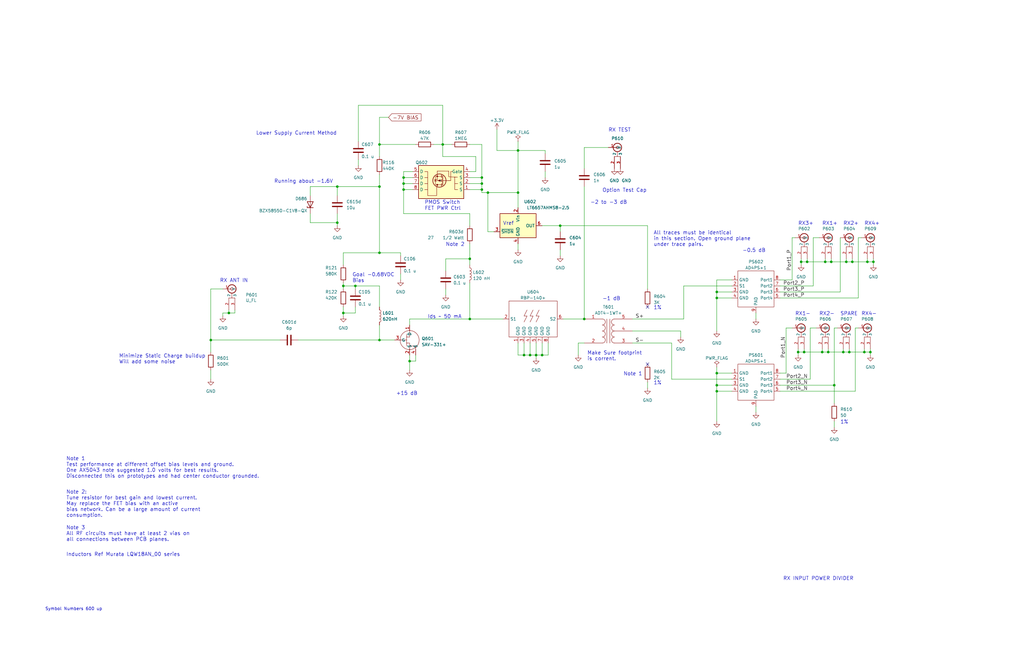
<source format=kicad_sch>
(kicad_sch (version 20230121) (generator eeschema)
  (paper "USLedger")
  (title_block (title "Radiation Tolerant PacSat Communication") (date "2023-06-17") (rev "A") (company "AMSAT-NA") (comment 1 "N5BRG"))
  (lib_symbols
    (symbol "Device:C" (pin_numbers hide) (pin_names (offset 0.254))
      (property "Reference" "C" (at 0.635 2.54 0))
      (property "Value" "C" (at 0.635 -2.54 0))
      (symbol "C_0_1"
        (polyline (pts (xy -2.032 -0.762) (xy 2.032 -0.762)) (stroke (width 0.508)))
        (polyline (pts (xy -2.032 0.762) (xy 2.032 0.762)) (stroke (width 0.508)))
      )
      (symbol "C_1_1"
        (pin passive line (at 0 3.81 270) (length 2.794) (name "~") (number "1"))
        (pin passive line (at 0 -3.81 90) (length 2.794) (name "~") (number "2"))
      )
    )
    (symbol "Device:D_Zener" (pin_numbers hide) (pin_names (offset 1.016) hide)
      (property "Reference" "D" (at 0 2.54 0))
      (property "Value" "D_Zener" (at 0 -2.54 0))
      (symbol "D_Zener_0_1"
        (polyline (pts (xy 1.27 0) (xy -1.27 0)))
        (polyline (pts (xy -1.27 -1.27) (xy -1.27 1.27) (xy -0.762 1.27)) (stroke (width 0.254)))
        (polyline (pts (xy 1.27 -1.27) (xy 1.27 1.27) (xy -1.27 0) (xy 1.27 -1.27)) (stroke (width 0.254)))
      )
      (symbol "D_Zener_1_1"
        (pin passive line (at -3.81 0 0) (length 2.54) (name "K") (number "1"))
        (pin passive line (at 3.81 0 180) (length 2.54) (name "A") (number "2"))
      )
    )
    (symbol "Device:L" (pin_numbers hide) (pin_names (offset 1.016) hide)
      (property "Reference" "L" (at -1.27 0 90))
      (property "Value" "L" (at 1.905 0 90))
      (symbol "L_0_1"
        (arc (start 0 -2.54) (mid 0.6323 -1.905) (end 0 -1.27))
        (arc (start 0 -1.27) (mid 0.6323 -0.635) (end 0 0))
        (arc (start 0 0) (mid 0.6323 0.635) (end 0 1.27))
        (arc (start 0 1.27) (mid 0.6323 1.905) (end 0 2.54))
      )
      (symbol "L_1_1"
        (pin passive line (at 0 3.81 270) (length 1.27) (name "1") (number "1"))
        (pin passive line (at 0 -3.81 90) (length 1.27) (name "2") (number "2"))
      )
    )
    (symbol "Device:R" (pin_numbers hide) (pin_names (offset 0))
      (property "Reference" "R" (at 2.032 0 90))
      (property "Value" "R" (at 0 0 90))
      (symbol "R_0_1"
        (rectangle (start -1.016 -2.54) (end 1.016 2.54) (stroke (width 0.254)))
      )
      (symbol "R_1_1"
        (pin passive line (at 0 3.81 270) (length 1.27) (name "~") (number "1"))
        (pin passive line (at 0 -3.81 90) (length 1.27) (name "~") (number "2"))
      )
    )
    (symbol "PACSAT_DEV_misc:TPS1100"
      (property "Reference" "Q?" (at 6.35 -8.89 0))
      (symbol "TPS1100_0_1"
        (rectangle (start -8.89 7.62) (end 10.16 -6.35) (stroke (width 0.254)) (fill (type background)))
        (polyline (pts (xy -2.54 0) (xy -3.4176 -0.012)))
        (polyline (pts (xy 0 0) (xy -2.794 0)))
        (polyline (pts (xy 0 1.905) (xy 0 -1.905)) (stroke (width 0.254)))
        (polyline (pts (xy 0.508 -1.27) (xy 0.508 -2.286)) (stroke (width 0.254)))
        (polyline (pts (xy 0.508 0.508) (xy 0.508 -0.508)) (stroke (width 0.254)))
        (polyline (pts (xy 0.508 2.286) (xy 0.508 1.27)) (stroke (width 0.254)))
        (polyline (pts (xy 2.286 2.54) (xy 2.286 1.778)))
        (polyline (pts (xy 6.35 -1.27) (xy 7.62 -1.27)))
        (polyline (pts (xy 6.35 1.27) (xy 7.62 1.27)))
        (polyline (pts (xy 6.35 3.81) (xy 7.62 3.81)))
        (polyline (pts (xy -5.08 -1.27) (xy -5.08 1.27) (xy -6.35 1.27)))
        (polyline (pts (xy -5.08 -1.27) (xy -5.0512 -1.5491) (xy -5.031 -1.448)))
        (polyline (pts (xy -5.08 1.27) (xy -5.08 3.81) (xy -6.35 3.81)))
        (polyline (pts (xy -4.9501 -1.4683) (xy -6.1836 -1.4683) (xy -6.1229 -1.3874)))
        (polyline (pts (xy -3.4162 -0.0461) (xy -3.4162 -3.8561) (xy -4.2419 -3.8037)))
        (polyline (pts (xy 2.286 -2.54) (xy 2.286 0) (xy 0.508 0)))
        (polyline (pts (xy 0.508 1.778) (xy 3.048 1.778) (xy 3.048 -1.778) (xy 0.508 -1.778)))
        (polyline (pts (xy 2.032 0) (xy 1.016 0.381) (xy 1.016 -0.381) (xy 2.032 0)) (fill (type outline)))
        (polyline (pts (xy 2.54 -0.508) (xy 2.667 -0.381) (xy 3.429 -0.381) (xy 3.556 -0.254)))
        (polyline (pts (xy 3.048 -0.381) (xy 2.667 0.254) (xy 3.429 0.254) (xy 3.048 -0.381)))
        (polyline (pts (xy 2.3285 -2.7575) (xy 2.3285 -4.0275) (xy -2.5549 -4.0212) (xy -2.5549 -1.5919) (xy -5.2915 -1.4875)))
        (polyline (pts (xy 2.54 2.54) (xy 2.54 6.35) (xy 6.35 6.35) (xy 6.35 -3.81) (xy 7.62 -3.81)))
        (circle (center 1.397 0) (radius 2.794) (stroke (width 0.254)))
        (circle (center 2.286 -1.778) (radius 0.254) (fill (type outline)))
        (circle (center 2.286 1.778) (radius 0.254) (fill (type outline)))
      )
      (symbol "TPS1100_1_1"
        (pin passive line (at -11.43 3.81 0) (length 2.54) (name "S") (number "1"))
        (pin passive line (at -11.43 1.27 0) (length 2.54) (name "S") (number "2"))
        (pin passive line (at -11.43 -1.27 0) (length 2.54) (name "S") (number "3"))
        (pin input line (at -11.43 -3.81 0) (length 2.54) (name "Gate") (number "4"))
        (pin passive line (at 12.7 -3.81 180) (length 2.54) (name "D") (number "5"))
        (pin passive line (at 12.7 -1.27 180) (length 2.54) (name "D") (number "6"))
        (pin passive line (at 12.7 1.27 180) (length 2.54) (name "D") (number "7"))
        (pin passive line (at 12.7 3.81 180) (length 2.54) (name "D") (number "8"))
      )
    )
    (symbol "PACSAT_DEV_misc:U_FL"
      (property "Reference" "U" (at -3.81 2.54 0))
      (symbol "U_FL_0_1"
        (polyline (pts (xy -1.27 -3.81) (xy 1.27 -3.81)))
        (polyline (pts (xy 0 -3.81) (xy 0 -1.778)))
        (circle (center 0 0) (radius 0.508) (stroke (width 0.2032)))
        (circle (center 0 0) (radius 1.778) (stroke (width 0.3048)))
      )
      (symbol "U_FL_1_1"
        (pin bidirectional line (at -3.81 0 0) (length 3.302) (name "In") (number "1"))
        (pin power_in line (at -1.27 -8.89 90) (length 5.08) (name "2") (number "2"))
        (pin power_in line (at 1.27 -8.89 90) (length 5.08) (name "3") (number "3"))
      )
    )
    (symbol "PACSAT_Minicircuits:AD4PS+1"
      (property "Reference" "PS602" (at 0 11.43 0))
      (property "Value" "AD4PS+1" (at 0 8.89 0))
      (symbol "AD4PS+1_0_1"
        (rectangle (start -7.62 7.62) (end 7.62 -7.62))
      )
      (symbol "AD4PS+1_1_1"
        (pin power_in line (at -10.16 3.81 0) (length 2.54) (name "GND") (number "1"))
        (pin input line (at -10.16 1.27 0) (length 2.54) (name "S1") (number "2"))
        (pin power_in line (at -10.16 -1.27 0) (length 2.54) (name "GND") (number "3"))
        (pin power_in line (at -10.16 -3.81 0) (length 2.54) (name "GND") (number "4"))
        (pin output line (at 10.16 -3.81 180) (length 2.54) (name "Port4") (number "5"))
        (pin output line (at 10.16 -1.27 180) (length 2.54) (name "Port3") (number "6"))
        (pin output line (at 10.16 1.27 180) (length 2.54) (name "Port2") (number "7"))
        (pin output line (at 10.16 3.81 180) (length 2.54) (name "Port1") (number "8"))
        (pin power_in line (at 0 -10.16 90) (length 2.54) (name "PAD") (number "9"))
      )
    )
    (symbol "PACSAT_Minicircuits:RBP-140+_1"
      (property "Reference" "U603" (at 10.16 5.08 0))
      (property "Value" "RBP-140+" (at 10.16 2.54 0))
      (symbol "RBP-140+_1_0_0"
        (polyline (pts (xy 6.35 -8.89) (xy 7.62 -6.35) (xy 6.35 -6.35) (xy 7.62 -3.81)))
        (polyline (pts (xy 8.89 -8.89) (xy 10.16 -6.35) (xy 8.89 -6.35) (xy 10.16 -3.81)))
        (polyline (pts (xy 11.43 -8.89) (xy 12.7 -6.35) (xy 11.43 -6.35) (xy 12.7 -3.81)))
      )
      (symbol "RBP-140+_1_0_1"
        (rectangle (start 0 0) (end 20.32 -15.24))
      )
      (symbol "RBP-140+_1_1_1"
        (pin power_in line (at 3.81 -17.78 90) (length 2.54) (name "GND") (number "1"))
        (pin input line (at -2.54 -7.62 0) (length 2.54) (name "S1") (number "2"))
        (pin power_in line (at 6.35 -17.78 90) (length 2.54) (name "GND") (number "3"))
        (pin power_in line (at 8.89 -17.78 90) (length 2.54) (name "GND") (number "4"))
        (pin power_in line (at 11.43 -17.78 90) (length 2.54) (name "GND") (number "5"))
        (pin output line (at 22.86 -7.62 180) (length 2.54) (name "S2") (number "6"))
        (pin power_in line (at 13.97 -17.78 90) (length 2.54) (name "GND") (number "7"))
        (pin power_in line (at 16.51 -17.78 90) (length 2.54) (name "GND") (number "8"))
      )
    )
    (symbol "PACSAT_Minicircuits:SAV-331+"
      (property "Reference" "U601" (at 5.08 0.635 0))
      (property "Value" "SAV-331+" (at 5.08 -1.905 0))
      (symbol "SAV-331+_0_1"
        (polyline (pts (xy -2.54 0) (xy -3.81 0)))
        (polyline (pts (xy -1.27 -1.27) (xy -1.27 -2.54)))
        (polyline (pts (xy -1.27 0) (xy -2.54 0)))
        (polyline (pts (xy -1.27 1.27) (xy -1.27 2.54)))
        (polyline (pts (xy 0 -2.54) (xy 0 -3.81)))
        (polyline (pts (xy 0 1.27) (xy 0 2.54)))
        (polyline (pts (xy 0 2.54) (xy 0 3.81)))
        (polyline (pts (xy -1.27 -1.27) (xy 0 -1.27) (xy 0 -2.54)))
        (polyline (pts (xy 0 -2.54) (xy 2.54 -2.54) (xy 2.54 -3.81)))
        (polyline (pts (xy -1.27 1.27) (xy -1.27 -1.27) (xy -1.27 1.27) (xy -1.27 0) (xy -1.27 1.27) (xy 0 1.27)))
        (circle (center 0 0) (radius 4.0161))
      )
      (symbol "SAV-331+_1_1"
        (pin input line (at 0 6.35 270) (length 2.54) (name "D") (number "1"))
        (pin input line (at 0 -6.35 90) (length 2.54) (name "S") (number "2"))
        (pin input line (at -6.35 0 0) (length 2.54) (name "G") (number "3"))
        (pin input line (at 2.54 -6.35 90) (length 2.54) (name "S") (number "4"))
      )
    )
    (symbol "PACSAT_Minicircuits:Transformer_1P_SS" (pin_names (offset 1.016) hide)
      (property "Reference" "T601" (at 0.0127 10.16 0))
      (property "Value" "ADT4-1WT" (at 0.0127 7.62 0))
      (symbol "Transformer_1P_SS_0_1"
        (arc (start -2.54 -5.0546) (mid -1.6599 -4.6901) (end -1.27 -3.81))
        (arc (start -2.54 -2.5146) (mid -1.6599 -2.1501) (end -1.27 -1.27))
        (arc (start -2.54 0.0254) (mid -1.6599 0.3899) (end -1.27 1.27))
        (arc (start -2.54 2.5654) (mid -1.6599 2.9299) (end -1.27 3.81))
        (arc (start -1.27 -3.81) (mid -1.642 -2.912) (end -2.54 -2.54))
        (arc (start -1.27 -1.27) (mid -1.642 -0.372) (end -2.54 0))
        (arc (start -1.27 1.27) (mid -1.642 2.168) (end -2.54 2.54))
        (arc (start -1.27 3.81) (mid -1.642 4.708) (end -2.54 5.08))
        (polyline (pts (xy -0.635 5.08) (xy -0.635 -5.08)))
        (polyline (pts (xy 0.635 -5.08) (xy 0.635 5.08)))
        (arc (start 1.2954 -1.27) (mid 1.6599 -2.1501) (end 2.54 -2.5146))
        (arc (start 1.2954 1.27) (mid 1.6599 0.3899) (end 2.54 0.0254))
        (arc (start 1.2954 3.81) (mid 1.6599 2.9299) (end 2.54 2.5654))
        (arc (start 1.3208 -3.81) (mid 1.6853 -4.6901) (end 2.5654 -5.0546))
        (arc (start 2.54 0) (mid 1.642 -0.372) (end 1.2954 -1.27))
        (arc (start 2.54 2.54) (mid 1.642 2.168) (end 1.2954 1.27))
        (arc (start 2.54 5.08) (mid 1.642 4.708) (end 1.2954 3.81))
        (arc (start 2.5654 -2.54) (mid 1.6674 -2.912) (end 1.3208 -3.81))
      )
      (symbol "Transformer_1P_SS_1_1"
        (pin passive line (at -10.16 5.08 0) (length 7.62) (name "AA") (number "1"))
        (pin passive line (at -10.16 -5.08 0) (length 7.62) (name "AB") (number "2"))
        (pin passive line (at 10.16 -5.08 180) (length 7.62) (name "SA") (number "3"))
        (pin passive line (at 10.16 0 180) (length 7.62) (name "SC") (number "4"))
        (pin passive line (at 10.16 5.08 180) (length 7.62) (name "SB") (number "5"))
        (pin no_connect line (at 0 -7.62 0) (length 2.54) hide (name "NC") (number "6"))
      )
    )
    (symbol "Reference_Voltage:LT6657AHMS8-2.5"
      (property "Reference" "U" (at -7.62 6.35 0))
      (property "Value" "LT6657AHMS8-2.5" (at 2.54 6.35 0))
      (symbol "LT6657AHMS8-2.5_0_1"
        (rectangle (start -7.62 5.08) (end 7.62 -5.08) (stroke (width 0.254)) (fill (type background)))
      )
      (symbol "LT6657AHMS8-2.5_1_1"
        (pin no_connect line (at 7.62 -2.54 180) (length 2.54) hide (name "DNC") (number "1"))
        (pin power_in line (at 0 7.62 270) (length 2.54) (name "Vin") (number "2"))
        (pin input line (at -10.16 -2.54 0) (length 2.54) (name "~{SHDN}") (number "3"))
        (pin power_in line (at 0 -7.62 90) (length 2.54) (name "GND") (number "4"))
        (pin no_connect line (at -7.62 0 0) (length 2.54) hide (name "DNC") (number "5"))
        (pin power_out line (at 10.16 0 180) (length 2.54) (name "OUT") (number "6"))
        (pin no_connect line (at -7.62 2.54 0) (length 2.54) hide (name "DNC") (number "7"))
        (pin no_connect line (at 7.62 2.54 180) (length 2.54) hide (name "DNC") (number "8"))
      )
    )
    (symbol "power:+3.3V" (power) (pin_names (offset 0))
      (property "Value" "+3.3V" (at 0 3.556 0))
      (symbol "+3.3V_0_1"
        (polyline (pts (xy -0.762 1.27) (xy 0 2.54)))
        (polyline (pts (xy 0 0) (xy 0 2.54)))
        (polyline (pts (xy 0 2.54) (xy 0.762 1.27)))
      )
      (symbol "+3.3V_1_1"
        (pin power_in line (at 0 0 90) (length 0) hide (name "+3.3V") (number "1"))
      )
    )
    (symbol "power:GND" (power) (pin_names (offset 0))
      (property "Value" "GND" (at 0 -3.81 0))
      (symbol "GND_0_1"
        (polyline (pts (xy 0 0) (xy 0 -1.27) (xy 1.27 -1.27) (xy 0 -2.54) (xy -1.27 -1.27) (xy 0 -1.27)))
      )
      (symbol "GND_1_1"
        (pin power_in line (at 0 0 270) (length 0) hide (name "GND") (number "1"))
      )
    )
    (symbol "power:PWR_FLAG" (power) (pin_numbers hide) (pin_names (offset 0) hide)
      (property "Value" "PWR_FLAG" (at 0 3.81 0))
      (symbol "PWR_FLAG_0_0"
        (pin power_out line (at 0 0 90) (length 0) (name "pwr") (number "1"))
      )
      (symbol "PWR_FLAG_0_1"
        (polyline (pts (xy 0 0) (xy 0 1.27) (xy -1.016 1.905) (xy 0 2.54) (xy 1.016 1.905) (xy 0 1.27)))
      )
    )
  )
  (junction (at 142.24 93.98))
  (junction (at 160.02 78.74))
  (junction (at 198.12 134.62))
  (junction (at 186.69 60.96))
  (junction (at 236.22 95.25))
  (junction (at 149.86 120.65))
  (junction (at 170.18 74.93))
  (junction (at 302.26 162.56))
  (junction (at 172.72 152.4))
  (junction (at 356.87 110.49))
  (junction (at 365.76 110.49))
  (junction (at 302.26 165.1))
  (junction (at 226.06 149.86))
  (junction (at 359.41 110.49))
  (junction (at 88.9 143.51))
  (junction (at 220.98 149.86))
  (junction (at 346.71 148.59))
  (junction (at 355.6 148.59))
  (junction (at 142.24 78.74))
  (junction (at 160.02 60.96))
  (junction (at 205.74 81.28))
  (junction (at 302.26 125.73))
  (junction (at 170.18 80.01))
  (junction (at 144.78 120.65))
  (junction (at 364.49 148.59))
  (junction (at 358.14 148.59))
  (junction (at 203.2 74.93))
  (junction (at 340.36 110.49))
  (junction (at 302.26 157.48))
  (junction (at 350.52 110.49))
  (junction (at 160.02 143.51))
  (junction (at 349.25 148.59))
  (junction (at 228.6 149.86))
  (junction (at 336.55 148.59))
  (junction (at 218.44 81.28))
  (junction (at 170.18 77.47))
  (junction (at 96.52 132.08))
  (junction (at 160.02 106.68))
  (junction (at 203.2 77.47))
  (junction (at 144.78 132.08))
  (junction (at 218.44 63.5))
  (junction (at 347.98 110.49))
  (junction (at 351.79 162.56))
  (junction (at 339.09 148.59))
  (junction (at 302.26 123.19))
  (junction (at 246.38 134.62))
  (junction (at 203.2 80.01))
  (junction (at 337.82 110.49))
  (junction (at 223.52 149.86))
  (junction (at 368.3 110.49))
  (junction (at 198.12 109.22))
  (junction (at 367.03 148.59))
  (no_connect (at 273.05 153.67))
  (no_connect (at 273.05 129.54))
  (wire (pts (xy 328.93 118.11) (xy 334.01 118.11)))
  (wire (pts (xy 186.69 66.04) (xy 186.69 60.96)))
  (wire (pts (xy 173.99 72.39) (xy 170.18 72.39)))
  (wire (pts (xy 288.29 134.62) (xy 288.29 120.65)))
  (wire (pts (xy 160.02 49.53) (xy 160.02 60.96)))
  (wire (pts (xy 302.26 162.56) (xy 302.26 165.1)))
  (wire (pts (xy 361.95 100.33) (xy 361.95 125.73)))
  (wire (pts (xy 283.21 160.02) (xy 308.61 160.02)))
  (wire (pts (xy 334.01 100.33) (xy 334.01 118.11)))
  (wire (pts (xy 231.14 149.86) (xy 228.6 149.86)))
  (wire (pts (xy 236.22 105.41) (xy 236.22 107.95)))
  (wire (pts (xy 359.41 110.49) (xy 365.76 110.49)))
  (wire (pts (xy 218.44 102.87) (xy 218.44 105.41)))
  (wire (pts (xy 266.7 134.62) (xy 288.29 134.62)))
  (wire (pts (xy 209.55 54.61) (xy 209.55 63.5)))
  (wire (pts (xy 336.55 147.32) (xy 336.55 148.59)))
  (wire (pts (xy 218.44 59.69) (xy 218.44 63.5)))
  (wire (pts (xy 302.26 125.73) (xy 302.26 139.7)))
  (wire (pts (xy 347.98 110.49) (xy 350.52 110.49)))
  (wire (pts (xy 198.12 74.93) (xy 203.2 74.93)))
  (wire (pts (xy 223.52 149.86) (xy 226.06 149.86)))
  (wire (pts (xy 358.14 148.59) (xy 364.49 148.59)))
  (wire (pts (xy 186.69 60.96) (xy 190.5 60.96)))
  (wire (pts (xy 203.2 77.47) (xy 203.2 74.93)))
  (wire (pts (xy 218.44 63.5) (xy 229.87 63.5)))
  (wire (pts (xy 88.9 121.92) (xy 88.9 143.51)))
  (wire (pts (xy 331.47 138.43) (xy 334.01 138.43)))
  (wire (pts (xy 144.78 119.38) (xy 144.78 120.65)))
  (wire (pts (xy 273.05 95.25) (xy 273.05 121.92)))
  (wire (pts (xy 130.81 78.74) (xy 130.81 82.55)))
  (wire (pts (xy 163.83 49.53) (xy 160.02 49.53)))
  (wire (pts (xy 335.28 100.33) (xy 334.01 100.33)))
  (wire (pts (xy 302.26 165.1) (xy 308.61 165.1)))
  (wire (pts (xy 198.12 109.22) (xy 198.12 111.76)))
  (wire (pts (xy 186.69 66.04) (xy 200.66 66.04)))
  (wire (pts (xy 170.18 80.01) (xy 173.99 80.01)))
  (wire (pts (xy 93.98 132.08) (xy 93.98 133.35)))
  (wire (pts (xy 220.98 149.86) (xy 218.44 149.86)))
  (wire (pts (xy 198.12 80.01) (xy 203.2 80.01)))
  (wire (pts (xy 198.12 77.47) (xy 203.2 77.47)))
  (wire (pts (xy 318.77 171.45) (xy 318.77 173.99)))
  (wire (pts (xy 144.78 106.68) (xy 160.02 106.68)))
  (wire (pts (xy 170.18 72.39) (xy 170.18 74.93)))
  (wire (pts (xy 88.9 143.51) (xy 118.11 143.51)))
  (wire (pts (xy 187.96 114.3) (xy 187.96 109.22)))
  (wire (pts (xy 359.41 109.22) (xy 359.41 110.49)))
  (wire (pts (xy 160.02 129.54) (xy 160.02 120.65)))
  (wire (pts (xy 205.74 81.28) (xy 205.74 97.79)))
  (wire (pts (xy 200.66 72.39) (xy 200.66 66.04)))
  (wire (pts (xy 246.38 78.74) (xy 246.38 134.62)))
  (wire (pts (xy 302.26 123.19) (xy 308.61 123.19)))
  (wire (pts (xy 308.61 118.11) (xy 302.26 118.11)))
  (wire (pts (xy 341.63 138.43) (xy 341.63 160.02)))
  (wire (pts (xy 328.93 157.48) (xy 331.47 157.48)))
  (wire (pts (xy 228.6 144.78) (xy 228.6 149.86)))
  (wire (pts (xy 226.06 144.78) (xy 226.06 149.86)))
  (wire (pts (xy 273.05 95.25) (xy 236.22 95.25)))
  (wire (pts (xy 187.96 109.22) (xy 198.12 109.22)))
  (wire (pts (xy 99.06 130.81) (xy 99.06 132.08)))
  (wire (pts (xy 151.13 44.45) (xy 151.13 59.69)))
  (wire (pts (xy 160.02 78.74) (xy 160.02 106.68)))
  (wire (pts (xy 336.55 148.59) (xy 336.55 149.86)))
  (wire (pts (xy 220.98 144.78) (xy 220.98 149.86)))
  (wire (pts (xy 368.3 110.49) (xy 368.3 109.22)))
  (wire (pts (xy 160.02 120.65) (xy 149.86 120.65)))
  (wire (pts (xy 96.52 130.81) (xy 96.52 132.08)))
  (wire (pts (xy 337.82 110.49) (xy 337.82 111.76)))
  (wire (pts (xy 328.93 162.56) (xy 351.79 162.56)))
  (wire (pts (xy 168.91 107.95) (xy 168.91 106.68)))
  (wire (pts (xy 144.78 132.08) (xy 144.78 133.35)))
  (wire (pts (xy 328.93 165.1) (xy 360.68 165.1)))
  (wire (pts (xy 302.26 125.73) (xy 308.61 125.73)))
  (wire (pts (xy 243.84 144.78) (xy 246.38 144.78)))
  (wire (pts (xy 358.14 147.32) (xy 358.14 148.59)))
  (wire (pts (xy 172.72 149.86) (xy 172.72 152.4)))
  (wire (pts (xy 218.44 87.63) (xy 218.44 81.28)))
  (wire (pts (xy 273.05 161.29) (xy 273.05 163.83)))
  (wire (pts (xy 236.22 97.79) (xy 236.22 95.25)))
  (wire (pts (xy 172.72 134.62) (xy 172.72 137.16)))
  (wire (pts (xy 243.84 149.86) (xy 243.84 144.78)))
  (wire (pts (xy 160.02 137.16) (xy 160.02 143.51)))
  (wire (pts (xy 356.87 109.22) (xy 356.87 110.49)))
  (wire (pts (xy 342.9 100.33) (xy 342.9 120.65)))
  (wire (pts (xy 302.26 154.94) (xy 302.26 157.48)))
  (wire (pts (xy 328.93 120.65) (xy 342.9 120.65)))
  (wire (pts (xy 351.79 177.8) (xy 351.79 180.34)))
  (wire (pts (xy 186.69 44.45) (xy 186.69 60.96)))
  (wire (pts (xy 355.6 147.32) (xy 355.6 148.59)))
  (wire (pts (xy 175.26 149.86) (xy 175.26 152.4)))
  (wire (pts (xy 246.38 62.23) (xy 246.38 71.12)))
  (wire (pts (xy 208.28 97.79) (xy 205.74 97.79)))
  (wire (pts (xy 170.18 74.93) (xy 170.18 77.47)))
  (wire (pts (xy 308.61 157.48) (xy 302.26 157.48)))
  (wire (pts (xy 228.6 149.86) (xy 226.06 149.86)))
  (wire (pts (xy 365.76 109.22) (xy 365.76 110.49)))
  (wire (pts (xy 349.25 147.32) (xy 349.25 148.59)))
  (wire (pts (xy 130.81 93.98) (xy 142.24 93.98)))
  (wire (pts (xy 93.98 132.08) (xy 96.52 132.08)))
  (wire (pts (xy 339.09 148.59) (xy 346.71 148.59)))
  (wire (pts (xy 340.36 109.22) (xy 340.36 110.49)))
  (wire (pts (xy 96.52 132.08) (xy 99.06 132.08)))
  (wire (pts (xy 363.22 100.33) (xy 361.95 100.33)))
  (wire (pts (xy 142.24 93.98) (xy 142.24 95.25)))
  (wire (pts (xy 198.12 90.17) (xy 198.12 95.25)))
  (wire (pts (xy 198.12 119.38) (xy 198.12 134.62)))
  (wire (pts (xy 302.26 165.1) (xy 302.26 177.8)))
  (wire (pts (xy 229.87 72.39) (xy 229.87 74.93)))
  (wire (pts (xy 187.96 121.92) (xy 187.96 124.46)))
  (wire (pts (xy 287.02 142.24) (xy 287.02 139.7)))
  (wire (pts (xy 331.47 138.43) (xy 331.47 157.48)))
  (wire (pts (xy 93.98 121.92) (xy 88.9 121.92)))
  (wire (pts (xy 125.73 143.51) (xy 160.02 143.51)))
  (wire (pts (xy 198.12 60.96) (xy 203.2 60.96)))
  (wire (pts (xy 246.38 62.23) (xy 256.54 62.23)))
  (wire (pts (xy 142.24 78.74) (xy 160.02 78.74)))
  (wire (pts (xy 349.25 148.59) (xy 355.6 148.59)))
  (wire (pts (xy 346.71 148.59) (xy 349.25 148.59)))
  (wire (pts (xy 283.21 144.78) (xy 283.21 160.02)))
  (wire (pts (xy 172.72 152.4) (xy 175.26 152.4)))
  (wire (pts (xy 365.76 110.49) (xy 368.3 110.49)))
  (wire (pts (xy 302.26 162.56) (xy 308.61 162.56)))
  (wire (pts (xy 351.79 162.56) (xy 351.79 170.18)))
  (wire (pts (xy 288.29 120.65) (xy 308.61 120.65)))
  (wire (pts (xy 266.7 139.7) (xy 287.02 139.7)))
  (wire (pts (xy 351.79 162.56) (xy 351.79 138.43)))
  (wire (pts (xy 160.02 73.66) (xy 160.02 78.74)))
  (wire (pts (xy 218.44 149.86) (xy 218.44 144.78)))
  (wire (pts (xy 149.86 120.65) (xy 149.86 121.92)))
  (wire (pts (xy 367.03 148.59) (xy 367.03 149.86)))
  (wire (pts (xy 367.03 148.59) (xy 367.03 147.32)))
  (wire (pts (xy 203.2 80.01) (xy 203.2 81.28)))
  (wire (pts (xy 203.2 81.28) (xy 205.74 81.28)))
  (wire (pts (xy 353.06 138.43) (xy 351.79 138.43)))
  (wire (pts (xy 350.52 110.49) (xy 356.87 110.49)))
  (wire (pts (xy 160.02 106.68) (xy 168.91 106.68)))
  (wire (pts (xy 172.72 134.62) (xy 198.12 134.62)))
  (wire (pts (xy 88.9 143.51) (xy 88.9 148.59)))
  (wire (pts (xy 170.18 90.17) (xy 198.12 90.17)))
  (wire (pts (xy 203.2 77.47) (xy 203.2 80.01)))
  (wire (pts (xy 144.78 120.65) (xy 144.78 121.92)))
  (wire (pts (xy 354.33 123.19) (xy 354.33 100.33)))
  (wire (pts (xy 302.26 123.19) (xy 302.26 125.73)))
  (wire (pts (xy 149.86 120.65) (xy 144.78 120.65)))
  (wire (pts (xy 360.68 138.43) (xy 360.68 165.1)))
  (wire (pts (xy 142.24 90.17) (xy 142.24 93.98)))
  (wire (pts (xy 220.98 149.86) (xy 223.52 149.86)))
  (wire (pts (xy 328.93 125.73) (xy 361.95 125.73)))
  (wire (pts (xy 361.95 138.43) (xy 360.68 138.43)))
  (wire (pts (xy 226.06 149.86) (xy 226.06 151.13)))
  (wire (pts (xy 218.44 63.5) (xy 218.44 81.28)))
  (wire (pts (xy 130.81 90.17) (xy 130.81 93.98)))
  (wire (pts (xy 364.49 147.32) (xy 364.49 148.59)))
  (wire (pts (xy 229.87 64.77) (xy 229.87 63.5)))
  (wire (pts (xy 355.6 148.59) (xy 358.14 148.59)))
  (wire (pts (xy 170.18 77.47) (xy 170.18 80.01)))
  (wire (pts (xy 237.49 134.62) (xy 246.38 134.62)))
  (wire (pts (xy 347.98 109.22) (xy 347.98 110.49)))
  (wire (pts (xy 144.78 129.54) (xy 144.78 132.08)))
  (wire (pts (xy 318.77 132.08) (xy 318.77 134.62)))
  (wire (pts (xy 88.9 156.21) (xy 88.9 160.02)))
  (wire (pts (xy 151.13 67.31) (xy 151.13 69.85)))
  (wire (pts (xy 144.78 106.68) (xy 144.78 111.76)))
  (wire (pts (xy 328.93 160.02) (xy 341.63 160.02)))
  (wire (pts (xy 170.18 74.93) (xy 173.99 74.93)))
  (wire (pts (xy 151.13 44.45) (xy 186.69 44.45)))
  (wire (pts (xy 266.7 144.78) (xy 283.21 144.78)))
  (wire (pts (xy 231.14 144.78) (xy 231.14 149.86)))
  (wire (pts (xy 350.52 109.22) (xy 350.52 110.49)))
  (wire (pts (xy 144.78 132.08) (xy 149.86 132.08)))
  (wire (pts (xy 209.55 63.5) (xy 218.44 63.5)))
  (wire (pts (xy 203.2 60.96) (xy 203.2 74.93)))
  (wire (pts (xy 198.12 134.62) (xy 212.09 134.62)))
  (wire (pts (xy 340.36 110.49) (xy 347.98 110.49)))
  (wire (pts (xy 228.6 95.25) (xy 236.22 95.25)))
  (wire (pts (xy 142.24 78.74) (xy 130.81 78.74)))
  (wire (pts (xy 302.26 157.48) (xy 302.26 162.56)))
  (wire (pts (xy 172.72 152.4) (xy 172.72 156.21)))
  (wire (pts (xy 328.93 123.19) (xy 354.33 123.19)))
  (wire (pts (xy 337.82 110.49) (xy 340.36 110.49)))
  (wire (pts (xy 170.18 77.47) (xy 173.99 77.47)))
  (wire (pts (xy 337.82 109.22) (xy 337.82 110.49)))
  (wire (pts (xy 336.55 148.59) (xy 339.09 148.59)))
  (wire (pts (xy 339.09 147.32) (xy 339.09 148.59)))
  (wire (pts (xy 302.26 118.11) (xy 302.26 123.19)))
  (wire (pts (xy 149.86 129.54) (xy 149.86 132.08)))
  (wire (pts (xy 160.02 143.51) (xy 166.37 143.51)))
  (wire (pts (xy 198.12 102.87) (xy 198.12 109.22)))
  (wire (pts (xy 345.44 100.33) (xy 342.9 100.33)))
  (wire (pts (xy 346.71 147.32) (xy 346.71 148.59)))
  (wire (pts (xy 364.49 148.59) (xy 367.03 148.59)))
  (wire (pts (xy 170.18 80.01) (xy 170.18 90.17)))
  (wire (pts (xy 198.12 72.39) (xy 200.66 72.39)))
  (wire (pts (xy 205.74 81.28) (xy 218.44 81.28)))
  (wire (pts (xy 168.91 115.57) (xy 168.91 118.11)))
  (wire (pts (xy 160.02 60.96) (xy 160.02 66.04)))
  (wire (pts (xy 223.52 144.78) (xy 223.52 149.86)))
  (wire (pts (xy 368.3 110.49) (xy 368.3 111.76)))
  (wire (pts (xy 160.02 60.96) (xy 175.26 60.96)))
  (wire (pts (xy 344.17 138.43) (xy 341.63 138.43)))
  (wire (pts (xy 356.87 110.49) (xy 359.41 110.49)))
  (wire (pts (xy 182.88 60.96) (xy 186.69 60.96)))
  (wire (pts (xy 142.24 78.74) (xy 142.24 82.55)))
  (text "RX ANT IN" (at 92.71 119.38 0) (effects (font (size 1.524 1.524)) (justify left bottom)))
  (text "Vref" (at 212.09 95.25 0) (effects (font (size 1.524 1.524)) (justify left bottom)))
  (text "Running about -1.6V\n" (at 115.57 77.47 0) (effects (font (size 1.524 1.524)) (justify left bottom)))
  (text "-0.5 dB" (at 313.055 106.68 0) (effects (font (size 1.524 1.524)) (justify left bottom)))
  (text "Note 1\nTest performance at different offset bias levels and ground.\nOne AX5043 note suggested 1.0 volts for best results.\nDisconnected this on prototypes and had center conductor grounded." (at 27.94 201.93 0) (effects (font (size 1.524 1.524)) (justify left bottom)))
  (text "Ids ~ 50 mA" (at 180.34 134.62 0) (effects (font (size 1.524 1.524)) (justify left bottom)))
  (text "RX4-" (at 363.22 133.35 0) (effects (font (size 1.524 1.524)) (justify left bottom)))
  (text "Lower Supply Current Method" (at 107.95 57.15 0) (effects (font (size 1.524 1.524)) (justify left bottom)))
  (text "All traces must be identical\nin this section. Open ground plane \nunder trace pairs." (at 275.59 104.14 0) (effects (font (size 1.524 1.524)) (justify left bottom)))
  (text "RX3+" (at 336.55 95.25 0) (effects (font (size 1.524 1.524)) (justify left bottom)))
  (text "Note 2" (at 187.96 104.14 0) (effects (font (size 1.524 1.524)) (justify left bottom)))
  (text "1%" (at 354.33 179.07 0) (effects (font (size 1.524 1.524)) (justify left bottom)))
  (text "Note 1\n" (at 262.89 158.75 0) (effects (font (size 1.524 1.524)) (justify left bottom)))
  (text "Note 3\nAll RF circuits must have at least 2 vias on \nall connections between PCB planes." (at 27.94 228.6 0) (effects (font (size 1.524 1.524)) (justify left bottom)))
  (text "1%" (at 275.59 162.56 0) (effects (font (size 1.524 1.524)) (justify left bottom)))
  (text "Note 2:\nTune resistor for best gain and lowest current.\nMay replace the FET bias with an active \nbias network. Can be a large amount of current\nconsumption." (at 27.94 218.44 0) (effects (font (size 1.524 1.524)) (justify left bottom)))
  (text "Option Test Cap" (at 254 81.28 0) (effects (font (size 1.524 1.524)) (justify left bottom)))
  (text "PMOS Switch" (at 179.07 86.36 0) (effects (font (size 1.524 1.524)) (justify left bottom)))
  (text "FET PWR Ctrl" (at 179.07 88.9 0) (effects (font (size 1.524 1.524)) (justify left bottom)))
  (text "Goal -0.68VDC\nBias" (at 148.59 119.38 0) (effects (font (size 1.524 1.524)) (justify left bottom)))
  (text "RX2+" (at 355.6 95.25 0) (effects (font (size 1.524 1.524)) (justify left bottom)))
  (text "RX1+" (at 346.71 95.25 0) (effects (font (size 1.524 1.524)) (justify left bottom)))
  (text "SPARE" (at 354.33 133.35 0) (effects (font (size 1.524 1.524)) (justify left bottom)))
  (text "RX4+" (at 364.49 95.25 0) (effects (font (size 1.524 1.524)) (justify left bottom)))
  (text "RX1-" (at 335.28 133.35 0) (effects (font (size 1.524 1.524)) (justify left bottom)))
  (text "Minimize Static Charge buildup\nWill add some noise" (at 50.165 153.67 0) (effects (font (size 1.524 1.524)) (justify left bottom)))
  (text "-1 dB" (at 254 127 0) (effects (font (size 1.524 1.524)) (justify left bottom)))
  (text "RX INPUT POWER DIVIDER" (at 330.2 245.11 0) (effects (font (size 1.524 1.524)) (justify left bottom)))
  (text "+15 dB" (at 167.005 167.005 0) (effects (font (size 1.524 1.524)) (justify left bottom)))
  (text "RX2-" (at 345.44 133.35 0) (effects (font (size 1.524 1.524)) (justify left bottom)))
  (text "-2 to -3 dB" (at 248.92 86.36 0) (effects (font (size 1.524 1.524)) (justify left bottom)))
  (text "Make Sure footprint\nis corrent." (at 247.65 152.4 0) (effects (font (size 1.524 1.524)) (justify left bottom)))
  (text "1%" (at 275.59 130.81 0) (effects (font (size 1.524 1.524)) (justify left bottom)))
  (text "Symbol Numbers 600 up" (at 19.05 257.81 0) (effects (font (size 1.27 1.27)) (justify left bottom)))
  (text "RX TEST" (at 256.54 55.88 0) (effects (font (size 1.524 1.524)) (justify left bottom)))
  (text "Inductors Ref Murata LQW18AN_00 series" (at 27.94 234.95 0) (effects (font (size 1.524 1.524)) (justify left bottom)))
  (label "S+" (at 267.97 134.62 0) (effects (font (size 1.524 1.524))))
  (label "S-" (at 267.97 144.78 0) (effects (font (size 1.524 1.524))))
  (label "Port2_N" (at 331.47 160.02 0) (effects (font (size 1.524 1.524))))
  (label "Port3_N" (at 331.47 162.56 0) (effects (font (size 1.524 1.524))))
  (label "Port1_N" (at 331.47 151.13 90) (effects (font (size 1.524 1.524))))
  (label "Port3_P" (at 330.2 123.19 0) (effects (font (size 1.524 1.524))))
  (label "Port2_P" (at 330.2 120.65 0) (effects (font (size 1.524 1.524))))
  (label "Port4_P" (at 330.2 125.73 0) (effects (font (size 1.524 1.524))))
  (label "Port1_P" (at 334.01 114.3 90) (effects (font (size 1.524 1.524))))
  (label "Port4_N" (at 331.47 165.1 0) (effects (font (size 1.524 1.524))))
  (global_label "-7V BIAS" (shape input) (at 163.83 49.53 0) (effects (font (size 1.524 1.524))) (property "Intersheetrefs" "${INTERSHEET_REFS}" (effects hide)))
  (symbol (lib_id "Device:R") (at 351.79 173.99 0) (unit 1)
    (property "Reference" "R610" (at 354.33 172.72 0) (effects (justify left)))
    (property "Value" "50" (at 354.33 175.26 0) (effects (justify left)))
    (property "Footprint" "Resistor_SMD:R_0603_1608Metric_Pad0.98x0.95mm_HandSolder" (effects hide))
  )
  (symbol (lib_id "Device:D_Zener") (at 130.81 86.36 90) (unit 1)
    (property "Reference" "D686" (at 124.46 83.82 90) (effects (justify right)))
    (property "Value" "BZX58550-C1V8-QX" (at 109.22 88.9 90) (effects (justify right)))
  )
  (symbol (lib_id "power:GND") (at 151.13 69.85 0) (unit 1)
    (property "Reference" "#PWR0192" (effects hide))
    (property "Value" "GND" (at 151.13 74.93 0))
  )
  (symbol (lib_id "power:GND") (at 351.79 180.34 0) (unit 1)
    (property "Reference" "#PWR0621" (effects hide))
    (property "Value" "GND" (at 351.79 185.42 0))
  )
  (symbol (lib_id "power:GND") (at 93.98 133.35 0) (unit 1)
    (property "Reference" "#PWR0605" (effects hide))
    (property "Value" "GND" (at 93.98 138.43 0))
  )
  (symbol (lib_id "Device:R") (at 179.07 60.96 90) (mirror x) (unit 1)
    (property "Reference" "R606" (at 179.07 55.88 90))
    (property "Value" "47K" (at 179.07 58.42 90))
    (property "Footprint" "Resistor_SMD:R_0603_1608Metric_Pad0.98x0.95mm_HandSolder" (effects hide))
  )
  (symbol (lib_id "power:GND") (at 337.82 111.76 0) (unit 1)
    (property "Reference" "#PWR0614" (effects hide))
    (property "Value" "GND" (at 337.82 116.84 0))
  )
  (symbol (lib_id "power:GND") (at 187.96 124.46 0) (unit 1)
    (property "Reference" "#PWR0604" (effects hide))
    (property "Value" "GND" (at 187.96 129.54 0))
  )
  (symbol (lib_id "Device:R") (at 194.31 60.96 90) (mirror x) (unit 1)
    (property "Reference" "R607" (at 194.31 55.88 90))
    (property "Value" "1MEG" (at 194.31 58.42 90))
    (property "Footprint" "Resistor_SMD:R_0603_1608Metric_Pad0.98x0.95mm_HandSolder" (effects hide))
  )
  (symbol (lib_id "power:GND") (at 318.77 134.62 0) (unit 1)
    (property "Reference" "#PWR0726" (effects hide))
    (property "Value" "GND" (at 318.77 139.7 0))
  )
  (symbol (lib_id "PACSAT_Minicircuits:AD4PS+1") (at 318.77 121.92 0) (unit 1)
    (property "Reference" "PS602" (at 318.77 110.49 0))
    (property "Value" "AD4PS+1" (at 318.77 113.03 0))
    (property "Footprint" "PacSatDev_MiniCircuits:CJ725" (effects hide))
  )
  (symbol (lib_id "Device:C") (at 142.24 86.36 0) (unit 1)
    (property "Reference" "C615d" (at 146.05 85.09 0) (effects (justify left)))
    (property "Value" "10u" (at 146.05 87.63 0) (effects (justify left)))
  )
  (symbol (lib_id "Device:C") (at 246.38 74.93 0) (unit 1)
    (property "Reference" "C606" (at 250.19 73.66 0) (effects (justify left)))
    (property "Value" "1n" (at 250.19 76.2 0) (effects (justify left)))
    (property "Footprint" "Capacitor_SMD:C_0603_1608Metric_Pad1.08x0.95mm_HandSolder" (effects hide))
  )
  (symbol (lib_id "PACSAT_DEV_misc:U_FL") (at 358.14 100.33 0) (unit 1)
    (property "Reference" "P604" (at 355.6 96.52 0) (effects (justify left)))
    (property "Value" "~" (at 358.14 100.33 0))
    (property "Footprint" "PacSatDev_misc:U_FL" (effects hide))
  )
  (symbol (lib_id "power:GND") (at 229.87 74.93 0) (unit 1)
    (property "Reference" "#PWR0191" (effects hide))
    (property "Value" "GND" (at 229.87 80.01 0))
  )
  (symbol (lib_id "power:GND") (at 88.9 160.02 0) (unit 1)
    (property "Reference" "#PWR0601" (effects hide))
    (property "Value" "GND" (at 88.9 165.1 0))
  )
  (symbol (lib_id "PACSAT_DEV_misc:U_FL") (at 97.79 121.92 0) (unit 1)
    (property "Reference" "P601" (at 103.5558 124.4346 0) (effects (justify left)))
    (property "Value" "U_FL" (at 103.5558 126.746 0) (effects (justify left)))
    (property "Footprint" "PacSatDev_misc:U_FL" (effects hide))
  )
  (symbol (lib_id "Reference_Voltage:LT6657AHMS8-2.5") (at 218.44 95.25 0) (unit 1)
    (property "Reference" "U602" (at 223.52 85.09 0))
    (property "Value" "LT6657AHMS8-2.5" (at 231.14 87.63 0))
    (property "Footprint" "Package_SO:MSOP-8_3x3mm_P0.65mm" (effects hide))
    (property "Datasheet" "https://www.analog.com/media/en/technical-documentation/data-sheets/6657fd.pdf" (effects hide))
  )
  (symbol (lib_id "power:GND") (at 259.08 71.12 0) (unit 1)
    (property "Reference" "#PWR0729" (effects hide))
    (property "Value" "GND" (at 259.08 76.2 0))
  )
  (symbol (lib_id "PACSAT_Minicircuits:Transformer_1P_SS") (at 256.54 139.7 0) (unit 1)
    (property "Reference" "T601" (at 256.5527 129.54 0))
    (property "Value" "ADT4-1WT+" (at 256.5527 132.08 0))
    (property "Footprint" "RF_Mini-Circuits:Mini-Circuits_CD542_H2.84mm" (effects hide))
  )
  (symbol (lib_id "PACSAT_Minicircuits:SAV-331+") (at 172.72 143.51 0) (unit 1)
    (property "Reference" "Q601" (at 177.8 142.875 0) (effects (justify left)))
    (property "Value" "SAV-331+" (at 177.8 145.415 0) (effects (justify left)))
    (property "Footprint" "PacSatDev_misc:TB-471" (effects hide))
  )
  (symbol (lib_id "power:GND") (at 226.06 151.13 0) (unit 1)
    (property "Reference" "#PWR0607" (effects hide))
    (property "Value" "GND" (at 226.06 156.21 0))
  )
  (symbol (lib_id "Device:C") (at 168.91 111.76 0) (unit 1)
    (property "Reference" "C106" (at 170.18 109.22 0) (effects (justify left)))
    (property "Value" "0.1 u" (at 170.18 114.3 0) (effects (justify left)))
    (property "Footprint" "Capacitor_SMD:C_0603_1608Metric_Pad1.08x0.95mm_HandSolder" (effects hide))
  )
  (symbol (lib_id "Device:R") (at 144.78 125.73 0) (unit 1)
    (property "Reference" "R122" (at 137.16 123.19 0) (effects (justify left)))
    (property "Value" "420K" (at 137.16 125.73 0) (effects (justify left)))
    (property "Footprint" "Resistor_SMD:R_0603_1608Metric_Pad0.98x0.95mm_HandSolder" (effects hide))
  )
  (symbol (lib_id "PACSAT_DEV_misc:U_FL") (at 347.98 138.43 0) (unit 1)
    (property "Reference" "P606" (at 345.44 134.62 0) (effects (justify left)))
    (property "Value" "~" (at 347.98 138.43 0))
    (property "Footprint" "PacSatDev_misc:U_FL" (effects hide))
  )
  (symbol (lib_id "Device:C") (at 151.13 63.5 0) (unit 1)
    (property "Reference" "C607" (at 152.4 60.96 0) (effects (justify left)))
    (property "Value" "0.1 u" (at 152.4 66.04 0) (effects (justify left)))
    (property "Footprint" "Capacitor_SMD:C_0603_1608Metric_Pad1.08x0.95mm_HandSolder" (effects hide))
  )
  (symbol (lib_id "power:+3.3V") (at 209.55 54.61 0) (unit 1)
    (property "Reference" "#PWR0144" (effects hide))
    (property "Value" "+3.3V" (at 209.55 50.8 0))
  )
  (symbol (lib_id "Device:L") (at 160.02 133.35 0) (unit 1)
    (property "Reference" "L601" (at 161.29 132.08 0) (effects (justify left)))
    (property "Value" "620nH" (at 161.29 134.62 0) (effects (justify left)))
    (property "Footprint" "PacSatDev_misc:L_Murata_LQH2MCNxxxx02_2.0x1.6mm" (effects hide))
  )
  (symbol (lib_id "power:GND") (at 273.05 163.83 0) (unit 1)
    (property "Reference" "#PWR0610" (effects hide))
    (property "Value" "GND" (at 273.05 168.91 0))
  )
  (symbol (lib_id "Device:R") (at 144.78 115.57 0) (unit 1)
    (property "Reference" "R121" (at 137.16 113.03 0) (effects (justify left)))
    (property "Value" "580K" (at 137.16 115.57 0) (effects (justify left)))
    (property "Footprint" "Resistor_SMD:R_0603_1608Metric_Pad0.98x0.95mm_HandSolder" (effects hide))
  )
  (symbol (lib_id "power:GND") (at 367.03 149.86 0) (unit 1)
    (property "Reference" "#PWR0615" (effects hide))
    (property "Value" "GND" (at 367.03 154.94 0))
  )
  (symbol (lib_id "Device:R") (at 88.9 152.4 0) (unit 1)
    (property "Reference" "R601" (at 91.44 151.13 0) (effects (justify left)))
    (property "Value" "500K" (at 91.44 153.67 0) (effects (justify left)))
    (property "Footprint" "Resistor_SMD:R_0603_1608Metric_Pad0.98x0.95mm_HandSolder" (effects hide))
  )
  (symbol (lib_id "Device:R") (at 273.05 125.73 0) (unit 1)
    (property "Reference" "R604" (at 275.59 125.095 0) (effects (justify left)))
    (property "Value" "3K" (at 275.59 127.635 0) (effects (justify left)))
    (property "Footprint" "Resistor_SMD:R_0603_1608Metric_Pad0.98x0.95mm_HandSolder" (effects hide))
  )
  (symbol (lib_id "PACSAT_Minicircuits:AD4PS+1") (at 318.77 161.29 0) (unit 1)
    (property "Reference" "PS601" (at 318.77 149.86 0))
    (property "Value" "AD4PS+1" (at 318.77 152.4 0))
    (property "Footprint" "PacSatDev_MiniCircuits:CJ725" (effects hide))
  )
  (symbol (lib_id "power:GND") (at 302.26 177.8 0) (unit 1)
    (property "Reference" "#PWR0612" (effects hide))
    (property "Value" "GND" (at 302.26 182.88 0))
  )
  (symbol (lib_id "PACSAT_DEV_misc:U_FL") (at 260.35 62.23 0) (unit 1)
    (property "Reference" "P610" (at 257.81 58.42 0) (effects (justify left)))
    (property "Value" "~" (at 260.35 62.23 0))
    (property "Footprint" "PacSatDev_misc:U_FL" (effects hide))
  )
  (symbol (lib_id "PACSAT_DEV_misc:U_FL") (at 365.76 138.43 0) (unit 1)
    (property "Reference" "P608" (at 363.22 134.62 0) (effects (justify left)))
    (property "Value" "~" (at 365.76 138.43 0))
    (property "Footprint" "PacSatDev_misc:U_FL" (effects hide))
  )
  (symbol (lib_id "Device:L") (at 198.12 115.57 0) (unit 1)
    (property "Reference" "L602" (at 199.39 114.935 0) (effects (justify left)))
    (property "Value" "120 nH" (at 199.39 117.475 0) (effects (justify left)))
    (property "Footprint" "PacSatDev_misc:L_Murata_LQH2MCNxxxx02_2.0x1.6mm" (effects hide))
  )
  (symbol (lib_id "Device:C") (at 236.22 101.6 0) (unit 1)
    (property "Reference" "C604" (at 240.03 100.3299 0) (effects (justify left)))
    (property "Value" "1u" (at 240.03 102.8699 0) (effects (justify left)))
    (property "Footprint" "Capacitor_SMD:C_0603_1608Metric_Pad1.08x0.95mm_HandSolder" (effects hide))
  )
  (symbol (lib_id "power:GND") (at 144.78 133.35 0) (unit 1)
    (property "Reference" "#PWR0217" (effects hide))
    (property "Value" "GND" (at 144.78 138.43 0))
  )
  (symbol (lib_id "power:GND") (at 287.02 142.24 0) (unit 1)
    (property "Reference" "#PWR0201" (effects hide))
    (property "Value" "GND" (at 287.02 147.32 0))
  )
  (symbol (lib_id "power:GND") (at 318.77 173.99 0) (unit 1)
    (property "Reference" "#PWR0727" (effects hide))
    (property "Value" "GND" (at 318.77 179.07 0))
  )
  (symbol (lib_id "PACSAT_DEV_misc:TPS1100") (at 186.69 76.2 180) (unit 1)
    (property "Reference" "Q602" (at 177.8 68.58 0))
    (property "Value" "~" (at 185.674 76.2 0))
    (property "Footprint" "Package_SO:SO-8_3.9x4.9mm_P1.27mm" (effects hide))
  )
  (symbol (lib_id "PACSAT_DEV_misc:U_FL") (at 337.82 138.43 0) (unit 1)
    (property "Reference" "P605" (at 335.28 134.62 0) (effects (justify left)))
    (property "Value" "~" (at 337.82 138.43 0))
    (property "Footprint" "PacSatDev_misc:U_FL" (effects hide))
  )
  (symbol (lib_id "PACSAT_DEV_misc:U_FL") (at 339.09 100.33 0) (unit 1)
    (property "Reference" "P602" (at 336.55 96.52 0) (effects (justify left)))
    (property "Value" "~" (at 339.09 100.33 0))
    (property "Footprint" "PacSatDev_misc:U_FL" (effects hide))
  )
  (symbol (lib_id "power:GND") (at 243.84 149.86 0) (unit 1)
    (property "Reference" "#PWR0609" (effects hide))
    (property "Value" "GND" (at 243.84 154.94 0))
  )
  (symbol (lib_id "Device:C") (at 187.96 118.11 0) (unit 1)
    (property "Reference" "C603" (at 191.135 116.8399 0) (effects (justify left)))
    (property "Value" "0.1 u" (at 191.135 119.3799 0) (effects (justify left)))
    (property "Footprint" "Capacitor_SMD:C_0603_1608Metric_Pad1.08x0.95mm_HandSolder" (effects hide))
  )
  (symbol (lib_id "PACSAT_DEV_misc:U_FL") (at 356.87 138.43 0) (unit 1)
    (property "Reference" "P607" (at 354.33 134.62 0) (effects (justify left)))
    (property "Value" "~" (at 356.87 138.43 0))
    (property "Footprint" "PacSatDev_misc:U_FL" (effects hide))
  )
  (symbol (lib_id "PACSAT_DEV_misc:U_FL") (at 349.25 100.33 0) (unit 1)
    (property "Reference" "P603" (at 346.71 96.52 0) (effects (justify left)))
    (property "Value" "~" (at 349.25 100.33 0))
    (property "Footprint" "PacSatDev_misc:U_FL" (effects hide))
  )
  (symbol (lib_id "power:GND") (at 236.22 107.95 0) (unit 1)
    (property "Reference" "#PWR0608" (effects hide))
    (property "Value" "GND" (at 236.22 113.03 0))
  )
  (symbol (lib_id "Device:C") (at 149.86 125.73 0) (unit 1)
    (property "Reference" "C105" (at 151.13 123.19 0) (effects (justify left)))
    (property "Value" "0.1 u" (at 151.13 128.27 0) (effects (justify left)))
    (property "Footprint" "Capacitor_SMD:C_0603_1608Metric_Pad1.08x0.95mm_HandSolder" (effects hide))
  )
  (symbol (lib_id "PACSAT_Minicircuits:RBP-140+_1") (at 214.63 127 0) (unit 1)
    (property "Reference" "U604" (at 224.79 123.19 0))
    (property "Value" "RBP-140+" (at 224.79 125.73 0))
    (property "Footprint" "RF_Mini-Circuits:Mini-Circuits_GP731" (effects hide))
  )
  (symbol (lib_id "power:GND") (at 368.3 111.76 0) (unit 1)
    (property "Reference" "#PWR0616" (effects hide))
    (property "Value" "GND" (at 368.3 116.84 0))
  )
  (symbol (lib_id "power:GND") (at 218.44 105.41 0) (unit 1)
    (property "Reference" "#PWR0606" (effects hide))
    (property "Value" "GND" (at 218.44 110.49 0))
  )
  (symbol (lib_id "power:GND") (at 261.62 71.12 0) (unit 1)
    (property "Reference" "#PWR0734" (effects hide))
    (property "Value" "GND" (at 264.16 76.2 0))
  )
  (symbol (lib_id "power:GND") (at 172.72 156.21 0) (unit 1)
    (property "Reference" "#PWR0602" (effects hide))
    (property "Value" "GND" (at 172.72 161.29 0))
  )
  (symbol (lib_id "Device:C") (at 229.87 68.58 0) (unit 1)
    (property "Reference" "C605" (at 233.68 67.945 0) (effects (justify left)))
    (property "Value" "1u" (at 233.68 70.485 0) (effects (justify left)))
    (property "Footprint" "Capacitor_SMD:C_0603_1608Metric_Pad1.08x0.95mm_HandSolder" (effects hide))
  )
  (symbol (lib_id "power:GND") (at 302.26 139.7 0) (unit 1)
    (property "Reference" "#PWR0611" (effects hide))
    (property "Value" "GND" (at 302.26 144.78 0))
  )
  (symbol (lib_id "power:PWR_FLAG") (at 302.26 154.94 0) (unit 1)
    (property "Reference" "#FLG0603" (effects hide))
    (property "Value" "PWR_FLAG" (at 302.26 151.13 0))
  )
  (symbol (lib_id "Device:R") (at 273.05 157.48 0) (unit 1)
    (property "Reference" "R605" (at 275.59 156.845 0) (effects (justify left)))
    (property "Value" "2K" (at 275.59 159.385 0) (effects (justify left)))
    (property "Footprint" "Resistor_SMD:R_0603_1608Metric_Pad0.98x0.95mm_HandSolder" (effects hide))
  )
  (symbol (lib_id "Device:C") (at 121.92 143.51 90) (unit 1)
    (property "Reference" "C601d" (at 121.92 135.89 90))
    (property "Value" "6p" (at 121.92 138.43 90))
    (property "Footprint" "Capacitor_SMD:C_0603_1608Metric_Pad1.08x0.95mm_HandSolder" (effects hide))
  )
  (symbol (lib_id "Device:R") (at 160.02 69.85 0) (mirror x) (unit 1)
    (property "Reference" "R116" (at 163.83 68.58 0))
    (property "Value" "440K" (at 163.83 71.12 0))
    (property "Footprint" "Resistor_SMD:R_0603_1608Metric_Pad0.98x0.95mm_HandSolder" (effects hide))
  )
  (symbol (lib_id "Device:R") (at 198.12 99.06 0) (unit 1)
    (property "Reference" "R603d" (at 189.23 97.79 0) (effects (justify left)))
    (property "Value" "27    1/2 Watt" (at 180.34 100.33 0) (effects (justify left)))
    (property "Footprint" "Resistor_SMD:R_0603_1608Metric_Pad0.98x0.95mm_HandSolder" (effects hide))
  )
  (symbol (lib_id "power:GND") (at 168.91 118.11 0) (unit 1)
    (property "Reference" "#PWR0218" (effects hide))
    (property "Value" "GND" (at 168.91 123.19 0))
  )
  (symbol (lib_id "power:PWR_FLAG") (at 218.44 59.69 0) (unit 1)
    (property "Reference" "#FLG0601" (effects hide))
    (property "Value" "PWR_FLAG" (at 218.44 55.88 0))
  )
  (symbol (lib_id "power:GND") (at 336.55 149.86 0) (unit 1)
    (property "Reference" "#PWR0613" (effects hide))
    (property "Value" "GND" (at 336.55 154.94 0))
  )
  (symbol (lib_id "power:GND") (at 142.24 95.25 0) (unit 1)
    (property "Reference" "#PWR0147" (effects hide))
    (property "Value" "GND" (at 142.24 100.33 0))
  )
  (symbol (lib_id "PACSAT_DEV_misc:U_FL") (at 367.03 100.33 0) (unit 1)
    (property "Reference" "P609" (at 364.49 96.52 0) (effects (justify left)))
    (property "Value" "~" (at 367.03 100.33 0))
    (property "Footprint" "PacSatDev_misc:U_FL" (effects hide))
  )
)
</source>
